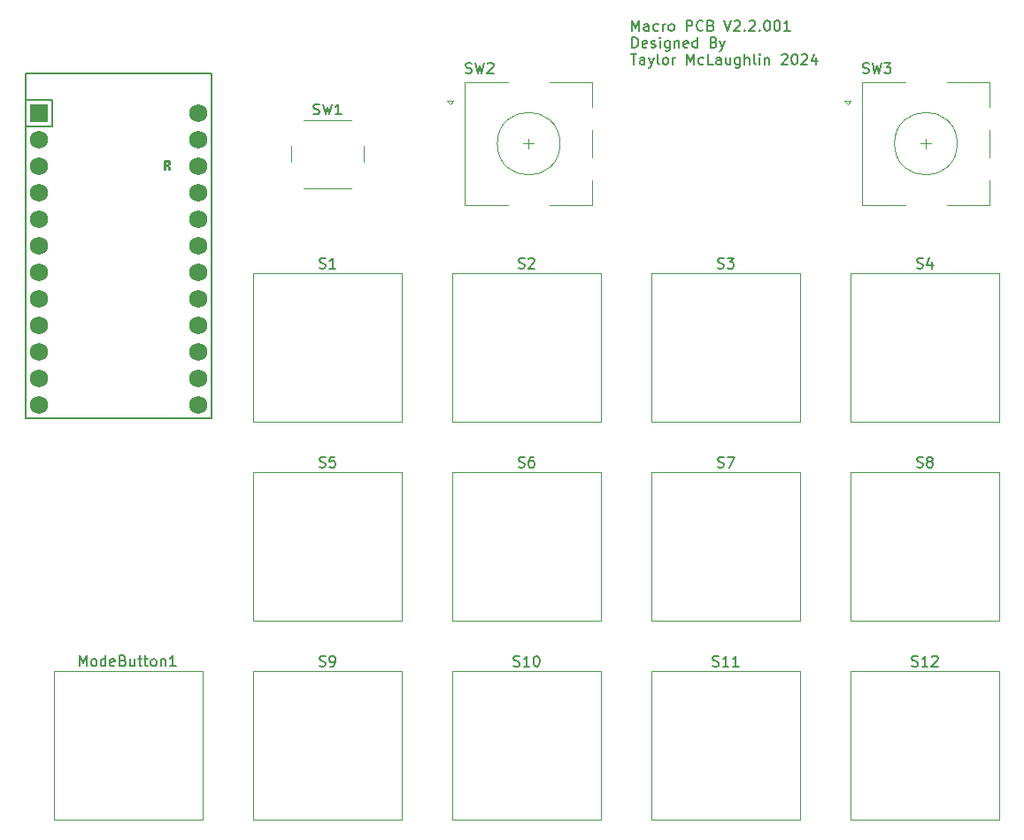
<source format=gbr>
%TF.GenerationSoftware,KiCad,Pcbnew,7.0.9*%
%TF.CreationDate,2024-04-10T10:39:18-07:00*%
%TF.ProjectId,macrov2.2.001,6d616372-6f76-4322-9e32-2e3030312e6b,2.2.001*%
%TF.SameCoordinates,Original*%
%TF.FileFunction,Legend,Top*%
%TF.FilePolarity,Positive*%
%FSLAX46Y46*%
G04 Gerber Fmt 4.6, Leading zero omitted, Abs format (unit mm)*
G04 Created by KiCad (PCBNEW 7.0.9) date 2024-04-10 10:39:18*
%MOMM*%
%LPD*%
G01*
G04 APERTURE LIST*
%ADD10C,0.150000*%
%ADD11C,0.120000*%
%ADD12C,0.200000*%
%ADD13R,1.752600X1.752600*%
%ADD14C,1.752600*%
G04 APERTURE END LIST*
D10*
X112161779Y-23199819D02*
X112161779Y-22199819D01*
X112161779Y-22199819D02*
X112495112Y-22914104D01*
X112495112Y-22914104D02*
X112828445Y-22199819D01*
X112828445Y-22199819D02*
X112828445Y-23199819D01*
X113733207Y-23199819D02*
X113733207Y-22676009D01*
X113733207Y-22676009D02*
X113685588Y-22580771D01*
X113685588Y-22580771D02*
X113590350Y-22533152D01*
X113590350Y-22533152D02*
X113399874Y-22533152D01*
X113399874Y-22533152D02*
X113304636Y-22580771D01*
X113733207Y-23152200D02*
X113637969Y-23199819D01*
X113637969Y-23199819D02*
X113399874Y-23199819D01*
X113399874Y-23199819D02*
X113304636Y-23152200D01*
X113304636Y-23152200D02*
X113257017Y-23056961D01*
X113257017Y-23056961D02*
X113257017Y-22961723D01*
X113257017Y-22961723D02*
X113304636Y-22866485D01*
X113304636Y-22866485D02*
X113399874Y-22818866D01*
X113399874Y-22818866D02*
X113637969Y-22818866D01*
X113637969Y-22818866D02*
X113733207Y-22771247D01*
X114637969Y-23152200D02*
X114542731Y-23199819D01*
X114542731Y-23199819D02*
X114352255Y-23199819D01*
X114352255Y-23199819D02*
X114257017Y-23152200D01*
X114257017Y-23152200D02*
X114209398Y-23104580D01*
X114209398Y-23104580D02*
X114161779Y-23009342D01*
X114161779Y-23009342D02*
X114161779Y-22723628D01*
X114161779Y-22723628D02*
X114209398Y-22628390D01*
X114209398Y-22628390D02*
X114257017Y-22580771D01*
X114257017Y-22580771D02*
X114352255Y-22533152D01*
X114352255Y-22533152D02*
X114542731Y-22533152D01*
X114542731Y-22533152D02*
X114637969Y-22580771D01*
X115066541Y-23199819D02*
X115066541Y-22533152D01*
X115066541Y-22723628D02*
X115114160Y-22628390D01*
X115114160Y-22628390D02*
X115161779Y-22580771D01*
X115161779Y-22580771D02*
X115257017Y-22533152D01*
X115257017Y-22533152D02*
X115352255Y-22533152D01*
X115828446Y-23199819D02*
X115733208Y-23152200D01*
X115733208Y-23152200D02*
X115685589Y-23104580D01*
X115685589Y-23104580D02*
X115637970Y-23009342D01*
X115637970Y-23009342D02*
X115637970Y-22723628D01*
X115637970Y-22723628D02*
X115685589Y-22628390D01*
X115685589Y-22628390D02*
X115733208Y-22580771D01*
X115733208Y-22580771D02*
X115828446Y-22533152D01*
X115828446Y-22533152D02*
X115971303Y-22533152D01*
X115971303Y-22533152D02*
X116066541Y-22580771D01*
X116066541Y-22580771D02*
X116114160Y-22628390D01*
X116114160Y-22628390D02*
X116161779Y-22723628D01*
X116161779Y-22723628D02*
X116161779Y-23009342D01*
X116161779Y-23009342D02*
X116114160Y-23104580D01*
X116114160Y-23104580D02*
X116066541Y-23152200D01*
X116066541Y-23152200D02*
X115971303Y-23199819D01*
X115971303Y-23199819D02*
X115828446Y-23199819D01*
X117352256Y-23199819D02*
X117352256Y-22199819D01*
X117352256Y-22199819D02*
X117733208Y-22199819D01*
X117733208Y-22199819D02*
X117828446Y-22247438D01*
X117828446Y-22247438D02*
X117876065Y-22295057D01*
X117876065Y-22295057D02*
X117923684Y-22390295D01*
X117923684Y-22390295D02*
X117923684Y-22533152D01*
X117923684Y-22533152D02*
X117876065Y-22628390D01*
X117876065Y-22628390D02*
X117828446Y-22676009D01*
X117828446Y-22676009D02*
X117733208Y-22723628D01*
X117733208Y-22723628D02*
X117352256Y-22723628D01*
X118923684Y-23104580D02*
X118876065Y-23152200D01*
X118876065Y-23152200D02*
X118733208Y-23199819D01*
X118733208Y-23199819D02*
X118637970Y-23199819D01*
X118637970Y-23199819D02*
X118495113Y-23152200D01*
X118495113Y-23152200D02*
X118399875Y-23056961D01*
X118399875Y-23056961D02*
X118352256Y-22961723D01*
X118352256Y-22961723D02*
X118304637Y-22771247D01*
X118304637Y-22771247D02*
X118304637Y-22628390D01*
X118304637Y-22628390D02*
X118352256Y-22437914D01*
X118352256Y-22437914D02*
X118399875Y-22342676D01*
X118399875Y-22342676D02*
X118495113Y-22247438D01*
X118495113Y-22247438D02*
X118637970Y-22199819D01*
X118637970Y-22199819D02*
X118733208Y-22199819D01*
X118733208Y-22199819D02*
X118876065Y-22247438D01*
X118876065Y-22247438D02*
X118923684Y-22295057D01*
X119685589Y-22676009D02*
X119828446Y-22723628D01*
X119828446Y-22723628D02*
X119876065Y-22771247D01*
X119876065Y-22771247D02*
X119923684Y-22866485D01*
X119923684Y-22866485D02*
X119923684Y-23009342D01*
X119923684Y-23009342D02*
X119876065Y-23104580D01*
X119876065Y-23104580D02*
X119828446Y-23152200D01*
X119828446Y-23152200D02*
X119733208Y-23199819D01*
X119733208Y-23199819D02*
X119352256Y-23199819D01*
X119352256Y-23199819D02*
X119352256Y-22199819D01*
X119352256Y-22199819D02*
X119685589Y-22199819D01*
X119685589Y-22199819D02*
X119780827Y-22247438D01*
X119780827Y-22247438D02*
X119828446Y-22295057D01*
X119828446Y-22295057D02*
X119876065Y-22390295D01*
X119876065Y-22390295D02*
X119876065Y-22485533D01*
X119876065Y-22485533D02*
X119828446Y-22580771D01*
X119828446Y-22580771D02*
X119780827Y-22628390D01*
X119780827Y-22628390D02*
X119685589Y-22676009D01*
X119685589Y-22676009D02*
X119352256Y-22676009D01*
X120971304Y-22199819D02*
X121304637Y-23199819D01*
X121304637Y-23199819D02*
X121637970Y-22199819D01*
X121923685Y-22295057D02*
X121971304Y-22247438D01*
X121971304Y-22247438D02*
X122066542Y-22199819D01*
X122066542Y-22199819D02*
X122304637Y-22199819D01*
X122304637Y-22199819D02*
X122399875Y-22247438D01*
X122399875Y-22247438D02*
X122447494Y-22295057D01*
X122447494Y-22295057D02*
X122495113Y-22390295D01*
X122495113Y-22390295D02*
X122495113Y-22485533D01*
X122495113Y-22485533D02*
X122447494Y-22628390D01*
X122447494Y-22628390D02*
X121876066Y-23199819D01*
X121876066Y-23199819D02*
X122495113Y-23199819D01*
X122923685Y-23104580D02*
X122971304Y-23152200D01*
X122971304Y-23152200D02*
X122923685Y-23199819D01*
X122923685Y-23199819D02*
X122876066Y-23152200D01*
X122876066Y-23152200D02*
X122923685Y-23104580D01*
X122923685Y-23104580D02*
X122923685Y-23199819D01*
X123352256Y-22295057D02*
X123399875Y-22247438D01*
X123399875Y-22247438D02*
X123495113Y-22199819D01*
X123495113Y-22199819D02*
X123733208Y-22199819D01*
X123733208Y-22199819D02*
X123828446Y-22247438D01*
X123828446Y-22247438D02*
X123876065Y-22295057D01*
X123876065Y-22295057D02*
X123923684Y-22390295D01*
X123923684Y-22390295D02*
X123923684Y-22485533D01*
X123923684Y-22485533D02*
X123876065Y-22628390D01*
X123876065Y-22628390D02*
X123304637Y-23199819D01*
X123304637Y-23199819D02*
X123923684Y-23199819D01*
X124352256Y-23104580D02*
X124399875Y-23152200D01*
X124399875Y-23152200D02*
X124352256Y-23199819D01*
X124352256Y-23199819D02*
X124304637Y-23152200D01*
X124304637Y-23152200D02*
X124352256Y-23104580D01*
X124352256Y-23104580D02*
X124352256Y-23199819D01*
X125018922Y-22199819D02*
X125114160Y-22199819D01*
X125114160Y-22199819D02*
X125209398Y-22247438D01*
X125209398Y-22247438D02*
X125257017Y-22295057D01*
X125257017Y-22295057D02*
X125304636Y-22390295D01*
X125304636Y-22390295D02*
X125352255Y-22580771D01*
X125352255Y-22580771D02*
X125352255Y-22818866D01*
X125352255Y-22818866D02*
X125304636Y-23009342D01*
X125304636Y-23009342D02*
X125257017Y-23104580D01*
X125257017Y-23104580D02*
X125209398Y-23152200D01*
X125209398Y-23152200D02*
X125114160Y-23199819D01*
X125114160Y-23199819D02*
X125018922Y-23199819D01*
X125018922Y-23199819D02*
X124923684Y-23152200D01*
X124923684Y-23152200D02*
X124876065Y-23104580D01*
X124876065Y-23104580D02*
X124828446Y-23009342D01*
X124828446Y-23009342D02*
X124780827Y-22818866D01*
X124780827Y-22818866D02*
X124780827Y-22580771D01*
X124780827Y-22580771D02*
X124828446Y-22390295D01*
X124828446Y-22390295D02*
X124876065Y-22295057D01*
X124876065Y-22295057D02*
X124923684Y-22247438D01*
X124923684Y-22247438D02*
X125018922Y-22199819D01*
X125971303Y-22199819D02*
X126066541Y-22199819D01*
X126066541Y-22199819D02*
X126161779Y-22247438D01*
X126161779Y-22247438D02*
X126209398Y-22295057D01*
X126209398Y-22295057D02*
X126257017Y-22390295D01*
X126257017Y-22390295D02*
X126304636Y-22580771D01*
X126304636Y-22580771D02*
X126304636Y-22818866D01*
X126304636Y-22818866D02*
X126257017Y-23009342D01*
X126257017Y-23009342D02*
X126209398Y-23104580D01*
X126209398Y-23104580D02*
X126161779Y-23152200D01*
X126161779Y-23152200D02*
X126066541Y-23199819D01*
X126066541Y-23199819D02*
X125971303Y-23199819D01*
X125971303Y-23199819D02*
X125876065Y-23152200D01*
X125876065Y-23152200D02*
X125828446Y-23104580D01*
X125828446Y-23104580D02*
X125780827Y-23009342D01*
X125780827Y-23009342D02*
X125733208Y-22818866D01*
X125733208Y-22818866D02*
X125733208Y-22580771D01*
X125733208Y-22580771D02*
X125780827Y-22390295D01*
X125780827Y-22390295D02*
X125828446Y-22295057D01*
X125828446Y-22295057D02*
X125876065Y-22247438D01*
X125876065Y-22247438D02*
X125971303Y-22199819D01*
X127257017Y-23199819D02*
X126685589Y-23199819D01*
X126971303Y-23199819D02*
X126971303Y-22199819D01*
X126971303Y-22199819D02*
X126876065Y-22342676D01*
X126876065Y-22342676D02*
X126780827Y-22437914D01*
X126780827Y-22437914D02*
X126685589Y-22485533D01*
X112161779Y-24809819D02*
X112161779Y-23809819D01*
X112161779Y-23809819D02*
X112399874Y-23809819D01*
X112399874Y-23809819D02*
X112542731Y-23857438D01*
X112542731Y-23857438D02*
X112637969Y-23952676D01*
X112637969Y-23952676D02*
X112685588Y-24047914D01*
X112685588Y-24047914D02*
X112733207Y-24238390D01*
X112733207Y-24238390D02*
X112733207Y-24381247D01*
X112733207Y-24381247D02*
X112685588Y-24571723D01*
X112685588Y-24571723D02*
X112637969Y-24666961D01*
X112637969Y-24666961D02*
X112542731Y-24762200D01*
X112542731Y-24762200D02*
X112399874Y-24809819D01*
X112399874Y-24809819D02*
X112161779Y-24809819D01*
X113542731Y-24762200D02*
X113447493Y-24809819D01*
X113447493Y-24809819D02*
X113257017Y-24809819D01*
X113257017Y-24809819D02*
X113161779Y-24762200D01*
X113161779Y-24762200D02*
X113114160Y-24666961D01*
X113114160Y-24666961D02*
X113114160Y-24286009D01*
X113114160Y-24286009D02*
X113161779Y-24190771D01*
X113161779Y-24190771D02*
X113257017Y-24143152D01*
X113257017Y-24143152D02*
X113447493Y-24143152D01*
X113447493Y-24143152D02*
X113542731Y-24190771D01*
X113542731Y-24190771D02*
X113590350Y-24286009D01*
X113590350Y-24286009D02*
X113590350Y-24381247D01*
X113590350Y-24381247D02*
X113114160Y-24476485D01*
X113971303Y-24762200D02*
X114066541Y-24809819D01*
X114066541Y-24809819D02*
X114257017Y-24809819D01*
X114257017Y-24809819D02*
X114352255Y-24762200D01*
X114352255Y-24762200D02*
X114399874Y-24666961D01*
X114399874Y-24666961D02*
X114399874Y-24619342D01*
X114399874Y-24619342D02*
X114352255Y-24524104D01*
X114352255Y-24524104D02*
X114257017Y-24476485D01*
X114257017Y-24476485D02*
X114114160Y-24476485D01*
X114114160Y-24476485D02*
X114018922Y-24428866D01*
X114018922Y-24428866D02*
X113971303Y-24333628D01*
X113971303Y-24333628D02*
X113971303Y-24286009D01*
X113971303Y-24286009D02*
X114018922Y-24190771D01*
X114018922Y-24190771D02*
X114114160Y-24143152D01*
X114114160Y-24143152D02*
X114257017Y-24143152D01*
X114257017Y-24143152D02*
X114352255Y-24190771D01*
X114828446Y-24809819D02*
X114828446Y-24143152D01*
X114828446Y-23809819D02*
X114780827Y-23857438D01*
X114780827Y-23857438D02*
X114828446Y-23905057D01*
X114828446Y-23905057D02*
X114876065Y-23857438D01*
X114876065Y-23857438D02*
X114828446Y-23809819D01*
X114828446Y-23809819D02*
X114828446Y-23905057D01*
X115733207Y-24143152D02*
X115733207Y-24952676D01*
X115733207Y-24952676D02*
X115685588Y-25047914D01*
X115685588Y-25047914D02*
X115637969Y-25095533D01*
X115637969Y-25095533D02*
X115542731Y-25143152D01*
X115542731Y-25143152D02*
X115399874Y-25143152D01*
X115399874Y-25143152D02*
X115304636Y-25095533D01*
X115733207Y-24762200D02*
X115637969Y-24809819D01*
X115637969Y-24809819D02*
X115447493Y-24809819D01*
X115447493Y-24809819D02*
X115352255Y-24762200D01*
X115352255Y-24762200D02*
X115304636Y-24714580D01*
X115304636Y-24714580D02*
X115257017Y-24619342D01*
X115257017Y-24619342D02*
X115257017Y-24333628D01*
X115257017Y-24333628D02*
X115304636Y-24238390D01*
X115304636Y-24238390D02*
X115352255Y-24190771D01*
X115352255Y-24190771D02*
X115447493Y-24143152D01*
X115447493Y-24143152D02*
X115637969Y-24143152D01*
X115637969Y-24143152D02*
X115733207Y-24190771D01*
X116209398Y-24143152D02*
X116209398Y-24809819D01*
X116209398Y-24238390D02*
X116257017Y-24190771D01*
X116257017Y-24190771D02*
X116352255Y-24143152D01*
X116352255Y-24143152D02*
X116495112Y-24143152D01*
X116495112Y-24143152D02*
X116590350Y-24190771D01*
X116590350Y-24190771D02*
X116637969Y-24286009D01*
X116637969Y-24286009D02*
X116637969Y-24809819D01*
X117495112Y-24762200D02*
X117399874Y-24809819D01*
X117399874Y-24809819D02*
X117209398Y-24809819D01*
X117209398Y-24809819D02*
X117114160Y-24762200D01*
X117114160Y-24762200D02*
X117066541Y-24666961D01*
X117066541Y-24666961D02*
X117066541Y-24286009D01*
X117066541Y-24286009D02*
X117114160Y-24190771D01*
X117114160Y-24190771D02*
X117209398Y-24143152D01*
X117209398Y-24143152D02*
X117399874Y-24143152D01*
X117399874Y-24143152D02*
X117495112Y-24190771D01*
X117495112Y-24190771D02*
X117542731Y-24286009D01*
X117542731Y-24286009D02*
X117542731Y-24381247D01*
X117542731Y-24381247D02*
X117066541Y-24476485D01*
X118399874Y-24809819D02*
X118399874Y-23809819D01*
X118399874Y-24762200D02*
X118304636Y-24809819D01*
X118304636Y-24809819D02*
X118114160Y-24809819D01*
X118114160Y-24809819D02*
X118018922Y-24762200D01*
X118018922Y-24762200D02*
X117971303Y-24714580D01*
X117971303Y-24714580D02*
X117923684Y-24619342D01*
X117923684Y-24619342D02*
X117923684Y-24333628D01*
X117923684Y-24333628D02*
X117971303Y-24238390D01*
X117971303Y-24238390D02*
X118018922Y-24190771D01*
X118018922Y-24190771D02*
X118114160Y-24143152D01*
X118114160Y-24143152D02*
X118304636Y-24143152D01*
X118304636Y-24143152D02*
X118399874Y-24190771D01*
X119971303Y-24286009D02*
X120114160Y-24333628D01*
X120114160Y-24333628D02*
X120161779Y-24381247D01*
X120161779Y-24381247D02*
X120209398Y-24476485D01*
X120209398Y-24476485D02*
X120209398Y-24619342D01*
X120209398Y-24619342D02*
X120161779Y-24714580D01*
X120161779Y-24714580D02*
X120114160Y-24762200D01*
X120114160Y-24762200D02*
X120018922Y-24809819D01*
X120018922Y-24809819D02*
X119637970Y-24809819D01*
X119637970Y-24809819D02*
X119637970Y-23809819D01*
X119637970Y-23809819D02*
X119971303Y-23809819D01*
X119971303Y-23809819D02*
X120066541Y-23857438D01*
X120066541Y-23857438D02*
X120114160Y-23905057D01*
X120114160Y-23905057D02*
X120161779Y-24000295D01*
X120161779Y-24000295D02*
X120161779Y-24095533D01*
X120161779Y-24095533D02*
X120114160Y-24190771D01*
X120114160Y-24190771D02*
X120066541Y-24238390D01*
X120066541Y-24238390D02*
X119971303Y-24286009D01*
X119971303Y-24286009D02*
X119637970Y-24286009D01*
X120542732Y-24143152D02*
X120780827Y-24809819D01*
X121018922Y-24143152D02*
X120780827Y-24809819D01*
X120780827Y-24809819D02*
X120685589Y-25047914D01*
X120685589Y-25047914D02*
X120637970Y-25095533D01*
X120637970Y-25095533D02*
X120542732Y-25143152D01*
X112018922Y-25419819D02*
X112590350Y-25419819D01*
X112304636Y-26419819D02*
X112304636Y-25419819D01*
X113352255Y-26419819D02*
X113352255Y-25896009D01*
X113352255Y-25896009D02*
X113304636Y-25800771D01*
X113304636Y-25800771D02*
X113209398Y-25753152D01*
X113209398Y-25753152D02*
X113018922Y-25753152D01*
X113018922Y-25753152D02*
X112923684Y-25800771D01*
X113352255Y-26372200D02*
X113257017Y-26419819D01*
X113257017Y-26419819D02*
X113018922Y-26419819D01*
X113018922Y-26419819D02*
X112923684Y-26372200D01*
X112923684Y-26372200D02*
X112876065Y-26276961D01*
X112876065Y-26276961D02*
X112876065Y-26181723D01*
X112876065Y-26181723D02*
X112923684Y-26086485D01*
X112923684Y-26086485D02*
X113018922Y-26038866D01*
X113018922Y-26038866D02*
X113257017Y-26038866D01*
X113257017Y-26038866D02*
X113352255Y-25991247D01*
X113733208Y-25753152D02*
X113971303Y-26419819D01*
X114209398Y-25753152D02*
X113971303Y-26419819D01*
X113971303Y-26419819D02*
X113876065Y-26657914D01*
X113876065Y-26657914D02*
X113828446Y-26705533D01*
X113828446Y-26705533D02*
X113733208Y-26753152D01*
X114733208Y-26419819D02*
X114637970Y-26372200D01*
X114637970Y-26372200D02*
X114590351Y-26276961D01*
X114590351Y-26276961D02*
X114590351Y-25419819D01*
X115257018Y-26419819D02*
X115161780Y-26372200D01*
X115161780Y-26372200D02*
X115114161Y-26324580D01*
X115114161Y-26324580D02*
X115066542Y-26229342D01*
X115066542Y-26229342D02*
X115066542Y-25943628D01*
X115066542Y-25943628D02*
X115114161Y-25848390D01*
X115114161Y-25848390D02*
X115161780Y-25800771D01*
X115161780Y-25800771D02*
X115257018Y-25753152D01*
X115257018Y-25753152D02*
X115399875Y-25753152D01*
X115399875Y-25753152D02*
X115495113Y-25800771D01*
X115495113Y-25800771D02*
X115542732Y-25848390D01*
X115542732Y-25848390D02*
X115590351Y-25943628D01*
X115590351Y-25943628D02*
X115590351Y-26229342D01*
X115590351Y-26229342D02*
X115542732Y-26324580D01*
X115542732Y-26324580D02*
X115495113Y-26372200D01*
X115495113Y-26372200D02*
X115399875Y-26419819D01*
X115399875Y-26419819D02*
X115257018Y-26419819D01*
X116018923Y-26419819D02*
X116018923Y-25753152D01*
X116018923Y-25943628D02*
X116066542Y-25848390D01*
X116066542Y-25848390D02*
X116114161Y-25800771D01*
X116114161Y-25800771D02*
X116209399Y-25753152D01*
X116209399Y-25753152D02*
X116304637Y-25753152D01*
X117399876Y-26419819D02*
X117399876Y-25419819D01*
X117399876Y-25419819D02*
X117733209Y-26134104D01*
X117733209Y-26134104D02*
X118066542Y-25419819D01*
X118066542Y-25419819D02*
X118066542Y-26419819D01*
X118971304Y-26372200D02*
X118876066Y-26419819D01*
X118876066Y-26419819D02*
X118685590Y-26419819D01*
X118685590Y-26419819D02*
X118590352Y-26372200D01*
X118590352Y-26372200D02*
X118542733Y-26324580D01*
X118542733Y-26324580D02*
X118495114Y-26229342D01*
X118495114Y-26229342D02*
X118495114Y-25943628D01*
X118495114Y-25943628D02*
X118542733Y-25848390D01*
X118542733Y-25848390D02*
X118590352Y-25800771D01*
X118590352Y-25800771D02*
X118685590Y-25753152D01*
X118685590Y-25753152D02*
X118876066Y-25753152D01*
X118876066Y-25753152D02*
X118971304Y-25800771D01*
X119876066Y-26419819D02*
X119399876Y-26419819D01*
X119399876Y-26419819D02*
X119399876Y-25419819D01*
X120637971Y-26419819D02*
X120637971Y-25896009D01*
X120637971Y-25896009D02*
X120590352Y-25800771D01*
X120590352Y-25800771D02*
X120495114Y-25753152D01*
X120495114Y-25753152D02*
X120304638Y-25753152D01*
X120304638Y-25753152D02*
X120209400Y-25800771D01*
X120637971Y-26372200D02*
X120542733Y-26419819D01*
X120542733Y-26419819D02*
X120304638Y-26419819D01*
X120304638Y-26419819D02*
X120209400Y-26372200D01*
X120209400Y-26372200D02*
X120161781Y-26276961D01*
X120161781Y-26276961D02*
X120161781Y-26181723D01*
X120161781Y-26181723D02*
X120209400Y-26086485D01*
X120209400Y-26086485D02*
X120304638Y-26038866D01*
X120304638Y-26038866D02*
X120542733Y-26038866D01*
X120542733Y-26038866D02*
X120637971Y-25991247D01*
X121542733Y-25753152D02*
X121542733Y-26419819D01*
X121114162Y-25753152D02*
X121114162Y-26276961D01*
X121114162Y-26276961D02*
X121161781Y-26372200D01*
X121161781Y-26372200D02*
X121257019Y-26419819D01*
X121257019Y-26419819D02*
X121399876Y-26419819D01*
X121399876Y-26419819D02*
X121495114Y-26372200D01*
X121495114Y-26372200D02*
X121542733Y-26324580D01*
X122447495Y-25753152D02*
X122447495Y-26562676D01*
X122447495Y-26562676D02*
X122399876Y-26657914D01*
X122399876Y-26657914D02*
X122352257Y-26705533D01*
X122352257Y-26705533D02*
X122257019Y-26753152D01*
X122257019Y-26753152D02*
X122114162Y-26753152D01*
X122114162Y-26753152D02*
X122018924Y-26705533D01*
X122447495Y-26372200D02*
X122352257Y-26419819D01*
X122352257Y-26419819D02*
X122161781Y-26419819D01*
X122161781Y-26419819D02*
X122066543Y-26372200D01*
X122066543Y-26372200D02*
X122018924Y-26324580D01*
X122018924Y-26324580D02*
X121971305Y-26229342D01*
X121971305Y-26229342D02*
X121971305Y-25943628D01*
X121971305Y-25943628D02*
X122018924Y-25848390D01*
X122018924Y-25848390D02*
X122066543Y-25800771D01*
X122066543Y-25800771D02*
X122161781Y-25753152D01*
X122161781Y-25753152D02*
X122352257Y-25753152D01*
X122352257Y-25753152D02*
X122447495Y-25800771D01*
X122923686Y-26419819D02*
X122923686Y-25419819D01*
X123352257Y-26419819D02*
X123352257Y-25896009D01*
X123352257Y-25896009D02*
X123304638Y-25800771D01*
X123304638Y-25800771D02*
X123209400Y-25753152D01*
X123209400Y-25753152D02*
X123066543Y-25753152D01*
X123066543Y-25753152D02*
X122971305Y-25800771D01*
X122971305Y-25800771D02*
X122923686Y-25848390D01*
X123971305Y-26419819D02*
X123876067Y-26372200D01*
X123876067Y-26372200D02*
X123828448Y-26276961D01*
X123828448Y-26276961D02*
X123828448Y-25419819D01*
X124352258Y-26419819D02*
X124352258Y-25753152D01*
X124352258Y-25419819D02*
X124304639Y-25467438D01*
X124304639Y-25467438D02*
X124352258Y-25515057D01*
X124352258Y-25515057D02*
X124399877Y-25467438D01*
X124399877Y-25467438D02*
X124352258Y-25419819D01*
X124352258Y-25419819D02*
X124352258Y-25515057D01*
X124828448Y-25753152D02*
X124828448Y-26419819D01*
X124828448Y-25848390D02*
X124876067Y-25800771D01*
X124876067Y-25800771D02*
X124971305Y-25753152D01*
X124971305Y-25753152D02*
X125114162Y-25753152D01*
X125114162Y-25753152D02*
X125209400Y-25800771D01*
X125209400Y-25800771D02*
X125257019Y-25896009D01*
X125257019Y-25896009D02*
X125257019Y-26419819D01*
X126447496Y-25515057D02*
X126495115Y-25467438D01*
X126495115Y-25467438D02*
X126590353Y-25419819D01*
X126590353Y-25419819D02*
X126828448Y-25419819D01*
X126828448Y-25419819D02*
X126923686Y-25467438D01*
X126923686Y-25467438D02*
X126971305Y-25515057D01*
X126971305Y-25515057D02*
X127018924Y-25610295D01*
X127018924Y-25610295D02*
X127018924Y-25705533D01*
X127018924Y-25705533D02*
X126971305Y-25848390D01*
X126971305Y-25848390D02*
X126399877Y-26419819D01*
X126399877Y-26419819D02*
X127018924Y-26419819D01*
X127637972Y-25419819D02*
X127733210Y-25419819D01*
X127733210Y-25419819D02*
X127828448Y-25467438D01*
X127828448Y-25467438D02*
X127876067Y-25515057D01*
X127876067Y-25515057D02*
X127923686Y-25610295D01*
X127923686Y-25610295D02*
X127971305Y-25800771D01*
X127971305Y-25800771D02*
X127971305Y-26038866D01*
X127971305Y-26038866D02*
X127923686Y-26229342D01*
X127923686Y-26229342D02*
X127876067Y-26324580D01*
X127876067Y-26324580D02*
X127828448Y-26372200D01*
X127828448Y-26372200D02*
X127733210Y-26419819D01*
X127733210Y-26419819D02*
X127637972Y-26419819D01*
X127637972Y-26419819D02*
X127542734Y-26372200D01*
X127542734Y-26372200D02*
X127495115Y-26324580D01*
X127495115Y-26324580D02*
X127447496Y-26229342D01*
X127447496Y-26229342D02*
X127399877Y-26038866D01*
X127399877Y-26038866D02*
X127399877Y-25800771D01*
X127399877Y-25800771D02*
X127447496Y-25610295D01*
X127447496Y-25610295D02*
X127495115Y-25515057D01*
X127495115Y-25515057D02*
X127542734Y-25467438D01*
X127542734Y-25467438D02*
X127637972Y-25419819D01*
X128352258Y-25515057D02*
X128399877Y-25467438D01*
X128399877Y-25467438D02*
X128495115Y-25419819D01*
X128495115Y-25419819D02*
X128733210Y-25419819D01*
X128733210Y-25419819D02*
X128828448Y-25467438D01*
X128828448Y-25467438D02*
X128876067Y-25515057D01*
X128876067Y-25515057D02*
X128923686Y-25610295D01*
X128923686Y-25610295D02*
X128923686Y-25705533D01*
X128923686Y-25705533D02*
X128876067Y-25848390D01*
X128876067Y-25848390D02*
X128304639Y-26419819D01*
X128304639Y-26419819D02*
X128923686Y-26419819D01*
X129780829Y-25753152D02*
X129780829Y-26419819D01*
X129542734Y-25372200D02*
X129304639Y-26086485D01*
X129304639Y-26086485D02*
X129923686Y-26086485D01*
X81666667Y-31157200D02*
X81809524Y-31204819D01*
X81809524Y-31204819D02*
X82047619Y-31204819D01*
X82047619Y-31204819D02*
X82142857Y-31157200D01*
X82142857Y-31157200D02*
X82190476Y-31109580D01*
X82190476Y-31109580D02*
X82238095Y-31014342D01*
X82238095Y-31014342D02*
X82238095Y-30919104D01*
X82238095Y-30919104D02*
X82190476Y-30823866D01*
X82190476Y-30823866D02*
X82142857Y-30776247D01*
X82142857Y-30776247D02*
X82047619Y-30728628D01*
X82047619Y-30728628D02*
X81857143Y-30681009D01*
X81857143Y-30681009D02*
X81761905Y-30633390D01*
X81761905Y-30633390D02*
X81714286Y-30585771D01*
X81714286Y-30585771D02*
X81666667Y-30490533D01*
X81666667Y-30490533D02*
X81666667Y-30395295D01*
X81666667Y-30395295D02*
X81714286Y-30300057D01*
X81714286Y-30300057D02*
X81761905Y-30252438D01*
X81761905Y-30252438D02*
X81857143Y-30204819D01*
X81857143Y-30204819D02*
X82095238Y-30204819D01*
X82095238Y-30204819D02*
X82238095Y-30252438D01*
X82571429Y-30204819D02*
X82809524Y-31204819D01*
X82809524Y-31204819D02*
X83000000Y-30490533D01*
X83000000Y-30490533D02*
X83190476Y-31204819D01*
X83190476Y-31204819D02*
X83428572Y-30204819D01*
X84333333Y-31204819D02*
X83761905Y-31204819D01*
X84047619Y-31204819D02*
X84047619Y-30204819D01*
X84047619Y-30204819D02*
X83952381Y-30347676D01*
X83952381Y-30347676D02*
X83857143Y-30442914D01*
X83857143Y-30442914D02*
X83761905Y-30490533D01*
X120338095Y-64957200D02*
X120480952Y-65004819D01*
X120480952Y-65004819D02*
X120719047Y-65004819D01*
X120719047Y-65004819D02*
X120814285Y-64957200D01*
X120814285Y-64957200D02*
X120861904Y-64909580D01*
X120861904Y-64909580D02*
X120909523Y-64814342D01*
X120909523Y-64814342D02*
X120909523Y-64719104D01*
X120909523Y-64719104D02*
X120861904Y-64623866D01*
X120861904Y-64623866D02*
X120814285Y-64576247D01*
X120814285Y-64576247D02*
X120719047Y-64528628D01*
X120719047Y-64528628D02*
X120528571Y-64481009D01*
X120528571Y-64481009D02*
X120433333Y-64433390D01*
X120433333Y-64433390D02*
X120385714Y-64385771D01*
X120385714Y-64385771D02*
X120338095Y-64290533D01*
X120338095Y-64290533D02*
X120338095Y-64195295D01*
X120338095Y-64195295D02*
X120385714Y-64100057D01*
X120385714Y-64100057D02*
X120433333Y-64052438D01*
X120433333Y-64052438D02*
X120528571Y-64004819D01*
X120528571Y-64004819D02*
X120766666Y-64004819D01*
X120766666Y-64004819D02*
X120909523Y-64052438D01*
X121242857Y-64004819D02*
X121909523Y-64004819D01*
X121909523Y-64004819D02*
X121480952Y-65004819D01*
X82238095Y-64957200D02*
X82380952Y-65004819D01*
X82380952Y-65004819D02*
X82619047Y-65004819D01*
X82619047Y-65004819D02*
X82714285Y-64957200D01*
X82714285Y-64957200D02*
X82761904Y-64909580D01*
X82761904Y-64909580D02*
X82809523Y-64814342D01*
X82809523Y-64814342D02*
X82809523Y-64719104D01*
X82809523Y-64719104D02*
X82761904Y-64623866D01*
X82761904Y-64623866D02*
X82714285Y-64576247D01*
X82714285Y-64576247D02*
X82619047Y-64528628D01*
X82619047Y-64528628D02*
X82428571Y-64481009D01*
X82428571Y-64481009D02*
X82333333Y-64433390D01*
X82333333Y-64433390D02*
X82285714Y-64385771D01*
X82285714Y-64385771D02*
X82238095Y-64290533D01*
X82238095Y-64290533D02*
X82238095Y-64195295D01*
X82238095Y-64195295D02*
X82285714Y-64100057D01*
X82285714Y-64100057D02*
X82333333Y-64052438D01*
X82333333Y-64052438D02*
X82428571Y-64004819D01*
X82428571Y-64004819D02*
X82666666Y-64004819D01*
X82666666Y-64004819D02*
X82809523Y-64052438D01*
X83714285Y-64004819D02*
X83238095Y-64004819D01*
X83238095Y-64004819D02*
X83190476Y-64481009D01*
X83190476Y-64481009D02*
X83238095Y-64433390D01*
X83238095Y-64433390D02*
X83333333Y-64385771D01*
X83333333Y-64385771D02*
X83571428Y-64385771D01*
X83571428Y-64385771D02*
X83666666Y-64433390D01*
X83666666Y-64433390D02*
X83714285Y-64481009D01*
X83714285Y-64481009D02*
X83761904Y-64576247D01*
X83761904Y-64576247D02*
X83761904Y-64814342D01*
X83761904Y-64814342D02*
X83714285Y-64909580D01*
X83714285Y-64909580D02*
X83666666Y-64957200D01*
X83666666Y-64957200D02*
X83571428Y-65004819D01*
X83571428Y-65004819D02*
X83333333Y-65004819D01*
X83333333Y-65004819D02*
X83238095Y-64957200D01*
X83238095Y-64957200D02*
X83190476Y-64909580D01*
X134216667Y-27207200D02*
X134359524Y-27254819D01*
X134359524Y-27254819D02*
X134597619Y-27254819D01*
X134597619Y-27254819D02*
X134692857Y-27207200D01*
X134692857Y-27207200D02*
X134740476Y-27159580D01*
X134740476Y-27159580D02*
X134788095Y-27064342D01*
X134788095Y-27064342D02*
X134788095Y-26969104D01*
X134788095Y-26969104D02*
X134740476Y-26873866D01*
X134740476Y-26873866D02*
X134692857Y-26826247D01*
X134692857Y-26826247D02*
X134597619Y-26778628D01*
X134597619Y-26778628D02*
X134407143Y-26731009D01*
X134407143Y-26731009D02*
X134311905Y-26683390D01*
X134311905Y-26683390D02*
X134264286Y-26635771D01*
X134264286Y-26635771D02*
X134216667Y-26540533D01*
X134216667Y-26540533D02*
X134216667Y-26445295D01*
X134216667Y-26445295D02*
X134264286Y-26350057D01*
X134264286Y-26350057D02*
X134311905Y-26302438D01*
X134311905Y-26302438D02*
X134407143Y-26254819D01*
X134407143Y-26254819D02*
X134645238Y-26254819D01*
X134645238Y-26254819D02*
X134788095Y-26302438D01*
X135121429Y-26254819D02*
X135359524Y-27254819D01*
X135359524Y-27254819D02*
X135550000Y-26540533D01*
X135550000Y-26540533D02*
X135740476Y-27254819D01*
X135740476Y-27254819D02*
X135978572Y-26254819D01*
X136264286Y-26254819D02*
X136883333Y-26254819D01*
X136883333Y-26254819D02*
X136550000Y-26635771D01*
X136550000Y-26635771D02*
X136692857Y-26635771D01*
X136692857Y-26635771D02*
X136788095Y-26683390D01*
X136788095Y-26683390D02*
X136835714Y-26731009D01*
X136835714Y-26731009D02*
X136883333Y-26826247D01*
X136883333Y-26826247D02*
X136883333Y-27064342D01*
X136883333Y-27064342D02*
X136835714Y-27159580D01*
X136835714Y-27159580D02*
X136788095Y-27207200D01*
X136788095Y-27207200D02*
X136692857Y-27254819D01*
X136692857Y-27254819D02*
X136407143Y-27254819D01*
X136407143Y-27254819D02*
X136311905Y-27207200D01*
X136311905Y-27207200D02*
X136264286Y-27159580D01*
X82238095Y-45907200D02*
X82380952Y-45954819D01*
X82380952Y-45954819D02*
X82619047Y-45954819D01*
X82619047Y-45954819D02*
X82714285Y-45907200D01*
X82714285Y-45907200D02*
X82761904Y-45859580D01*
X82761904Y-45859580D02*
X82809523Y-45764342D01*
X82809523Y-45764342D02*
X82809523Y-45669104D01*
X82809523Y-45669104D02*
X82761904Y-45573866D01*
X82761904Y-45573866D02*
X82714285Y-45526247D01*
X82714285Y-45526247D02*
X82619047Y-45478628D01*
X82619047Y-45478628D02*
X82428571Y-45431009D01*
X82428571Y-45431009D02*
X82333333Y-45383390D01*
X82333333Y-45383390D02*
X82285714Y-45335771D01*
X82285714Y-45335771D02*
X82238095Y-45240533D01*
X82238095Y-45240533D02*
X82238095Y-45145295D01*
X82238095Y-45145295D02*
X82285714Y-45050057D01*
X82285714Y-45050057D02*
X82333333Y-45002438D01*
X82333333Y-45002438D02*
X82428571Y-44954819D01*
X82428571Y-44954819D02*
X82666666Y-44954819D01*
X82666666Y-44954819D02*
X82809523Y-45002438D01*
X83761904Y-45954819D02*
X83190476Y-45954819D01*
X83476190Y-45954819D02*
X83476190Y-44954819D01*
X83476190Y-44954819D02*
X83380952Y-45097676D01*
X83380952Y-45097676D02*
X83285714Y-45192914D01*
X83285714Y-45192914D02*
X83190476Y-45240533D01*
X100811905Y-84007200D02*
X100954762Y-84054819D01*
X100954762Y-84054819D02*
X101192857Y-84054819D01*
X101192857Y-84054819D02*
X101288095Y-84007200D01*
X101288095Y-84007200D02*
X101335714Y-83959580D01*
X101335714Y-83959580D02*
X101383333Y-83864342D01*
X101383333Y-83864342D02*
X101383333Y-83769104D01*
X101383333Y-83769104D02*
X101335714Y-83673866D01*
X101335714Y-83673866D02*
X101288095Y-83626247D01*
X101288095Y-83626247D02*
X101192857Y-83578628D01*
X101192857Y-83578628D02*
X101002381Y-83531009D01*
X101002381Y-83531009D02*
X100907143Y-83483390D01*
X100907143Y-83483390D02*
X100859524Y-83435771D01*
X100859524Y-83435771D02*
X100811905Y-83340533D01*
X100811905Y-83340533D02*
X100811905Y-83245295D01*
X100811905Y-83245295D02*
X100859524Y-83150057D01*
X100859524Y-83150057D02*
X100907143Y-83102438D01*
X100907143Y-83102438D02*
X101002381Y-83054819D01*
X101002381Y-83054819D02*
X101240476Y-83054819D01*
X101240476Y-83054819D02*
X101383333Y-83102438D01*
X102335714Y-84054819D02*
X101764286Y-84054819D01*
X102050000Y-84054819D02*
X102050000Y-83054819D01*
X102050000Y-83054819D02*
X101954762Y-83197676D01*
X101954762Y-83197676D02*
X101859524Y-83292914D01*
X101859524Y-83292914D02*
X101764286Y-83340533D01*
X102954762Y-83054819D02*
X103050000Y-83054819D01*
X103050000Y-83054819D02*
X103145238Y-83102438D01*
X103145238Y-83102438D02*
X103192857Y-83150057D01*
X103192857Y-83150057D02*
X103240476Y-83245295D01*
X103240476Y-83245295D02*
X103288095Y-83435771D01*
X103288095Y-83435771D02*
X103288095Y-83673866D01*
X103288095Y-83673866D02*
X103240476Y-83864342D01*
X103240476Y-83864342D02*
X103192857Y-83959580D01*
X103192857Y-83959580D02*
X103145238Y-84007200D01*
X103145238Y-84007200D02*
X103050000Y-84054819D01*
X103050000Y-84054819D02*
X102954762Y-84054819D01*
X102954762Y-84054819D02*
X102859524Y-84007200D01*
X102859524Y-84007200D02*
X102811905Y-83959580D01*
X102811905Y-83959580D02*
X102764286Y-83864342D01*
X102764286Y-83864342D02*
X102716667Y-83673866D01*
X102716667Y-83673866D02*
X102716667Y-83435771D01*
X102716667Y-83435771D02*
X102764286Y-83245295D01*
X102764286Y-83245295D02*
X102811905Y-83150057D01*
X102811905Y-83150057D02*
X102859524Y-83102438D01*
X102859524Y-83102438D02*
X102954762Y-83054819D01*
X139388095Y-45907200D02*
X139530952Y-45954819D01*
X139530952Y-45954819D02*
X139769047Y-45954819D01*
X139769047Y-45954819D02*
X139864285Y-45907200D01*
X139864285Y-45907200D02*
X139911904Y-45859580D01*
X139911904Y-45859580D02*
X139959523Y-45764342D01*
X139959523Y-45764342D02*
X139959523Y-45669104D01*
X139959523Y-45669104D02*
X139911904Y-45573866D01*
X139911904Y-45573866D02*
X139864285Y-45526247D01*
X139864285Y-45526247D02*
X139769047Y-45478628D01*
X139769047Y-45478628D02*
X139578571Y-45431009D01*
X139578571Y-45431009D02*
X139483333Y-45383390D01*
X139483333Y-45383390D02*
X139435714Y-45335771D01*
X139435714Y-45335771D02*
X139388095Y-45240533D01*
X139388095Y-45240533D02*
X139388095Y-45145295D01*
X139388095Y-45145295D02*
X139435714Y-45050057D01*
X139435714Y-45050057D02*
X139483333Y-45002438D01*
X139483333Y-45002438D02*
X139578571Y-44954819D01*
X139578571Y-44954819D02*
X139816666Y-44954819D01*
X139816666Y-44954819D02*
X139959523Y-45002438D01*
X140816666Y-45288152D02*
X140816666Y-45954819D01*
X140578571Y-44907200D02*
X140340476Y-45621485D01*
X140340476Y-45621485D02*
X140959523Y-45621485D01*
X59301571Y-84014819D02*
X59301571Y-83014819D01*
X59301571Y-83014819D02*
X59634904Y-83729104D01*
X59634904Y-83729104D02*
X59968237Y-83014819D01*
X59968237Y-83014819D02*
X59968237Y-84014819D01*
X60587285Y-84014819D02*
X60492047Y-83967200D01*
X60492047Y-83967200D02*
X60444428Y-83919580D01*
X60444428Y-83919580D02*
X60396809Y-83824342D01*
X60396809Y-83824342D02*
X60396809Y-83538628D01*
X60396809Y-83538628D02*
X60444428Y-83443390D01*
X60444428Y-83443390D02*
X60492047Y-83395771D01*
X60492047Y-83395771D02*
X60587285Y-83348152D01*
X60587285Y-83348152D02*
X60730142Y-83348152D01*
X60730142Y-83348152D02*
X60825380Y-83395771D01*
X60825380Y-83395771D02*
X60872999Y-83443390D01*
X60872999Y-83443390D02*
X60920618Y-83538628D01*
X60920618Y-83538628D02*
X60920618Y-83824342D01*
X60920618Y-83824342D02*
X60872999Y-83919580D01*
X60872999Y-83919580D02*
X60825380Y-83967200D01*
X60825380Y-83967200D02*
X60730142Y-84014819D01*
X60730142Y-84014819D02*
X60587285Y-84014819D01*
X61777761Y-84014819D02*
X61777761Y-83014819D01*
X61777761Y-83967200D02*
X61682523Y-84014819D01*
X61682523Y-84014819D02*
X61492047Y-84014819D01*
X61492047Y-84014819D02*
X61396809Y-83967200D01*
X61396809Y-83967200D02*
X61349190Y-83919580D01*
X61349190Y-83919580D02*
X61301571Y-83824342D01*
X61301571Y-83824342D02*
X61301571Y-83538628D01*
X61301571Y-83538628D02*
X61349190Y-83443390D01*
X61349190Y-83443390D02*
X61396809Y-83395771D01*
X61396809Y-83395771D02*
X61492047Y-83348152D01*
X61492047Y-83348152D02*
X61682523Y-83348152D01*
X61682523Y-83348152D02*
X61777761Y-83395771D01*
X62634904Y-83967200D02*
X62539666Y-84014819D01*
X62539666Y-84014819D02*
X62349190Y-84014819D01*
X62349190Y-84014819D02*
X62253952Y-83967200D01*
X62253952Y-83967200D02*
X62206333Y-83871961D01*
X62206333Y-83871961D02*
X62206333Y-83491009D01*
X62206333Y-83491009D02*
X62253952Y-83395771D01*
X62253952Y-83395771D02*
X62349190Y-83348152D01*
X62349190Y-83348152D02*
X62539666Y-83348152D01*
X62539666Y-83348152D02*
X62634904Y-83395771D01*
X62634904Y-83395771D02*
X62682523Y-83491009D01*
X62682523Y-83491009D02*
X62682523Y-83586247D01*
X62682523Y-83586247D02*
X62206333Y-83681485D01*
X63444428Y-83491009D02*
X63587285Y-83538628D01*
X63587285Y-83538628D02*
X63634904Y-83586247D01*
X63634904Y-83586247D02*
X63682523Y-83681485D01*
X63682523Y-83681485D02*
X63682523Y-83824342D01*
X63682523Y-83824342D02*
X63634904Y-83919580D01*
X63634904Y-83919580D02*
X63587285Y-83967200D01*
X63587285Y-83967200D02*
X63492047Y-84014819D01*
X63492047Y-84014819D02*
X63111095Y-84014819D01*
X63111095Y-84014819D02*
X63111095Y-83014819D01*
X63111095Y-83014819D02*
X63444428Y-83014819D01*
X63444428Y-83014819D02*
X63539666Y-83062438D01*
X63539666Y-83062438D02*
X63587285Y-83110057D01*
X63587285Y-83110057D02*
X63634904Y-83205295D01*
X63634904Y-83205295D02*
X63634904Y-83300533D01*
X63634904Y-83300533D02*
X63587285Y-83395771D01*
X63587285Y-83395771D02*
X63539666Y-83443390D01*
X63539666Y-83443390D02*
X63444428Y-83491009D01*
X63444428Y-83491009D02*
X63111095Y-83491009D01*
X64539666Y-83348152D02*
X64539666Y-84014819D01*
X64111095Y-83348152D02*
X64111095Y-83871961D01*
X64111095Y-83871961D02*
X64158714Y-83967200D01*
X64158714Y-83967200D02*
X64253952Y-84014819D01*
X64253952Y-84014819D02*
X64396809Y-84014819D01*
X64396809Y-84014819D02*
X64492047Y-83967200D01*
X64492047Y-83967200D02*
X64539666Y-83919580D01*
X64873000Y-83348152D02*
X65253952Y-83348152D01*
X65015857Y-83014819D02*
X65015857Y-83871961D01*
X65015857Y-83871961D02*
X65063476Y-83967200D01*
X65063476Y-83967200D02*
X65158714Y-84014819D01*
X65158714Y-84014819D02*
X65253952Y-84014819D01*
X65444429Y-83348152D02*
X65825381Y-83348152D01*
X65587286Y-83014819D02*
X65587286Y-83871961D01*
X65587286Y-83871961D02*
X65634905Y-83967200D01*
X65634905Y-83967200D02*
X65730143Y-84014819D01*
X65730143Y-84014819D02*
X65825381Y-84014819D01*
X66301572Y-84014819D02*
X66206334Y-83967200D01*
X66206334Y-83967200D02*
X66158715Y-83919580D01*
X66158715Y-83919580D02*
X66111096Y-83824342D01*
X66111096Y-83824342D02*
X66111096Y-83538628D01*
X66111096Y-83538628D02*
X66158715Y-83443390D01*
X66158715Y-83443390D02*
X66206334Y-83395771D01*
X66206334Y-83395771D02*
X66301572Y-83348152D01*
X66301572Y-83348152D02*
X66444429Y-83348152D01*
X66444429Y-83348152D02*
X66539667Y-83395771D01*
X66539667Y-83395771D02*
X66587286Y-83443390D01*
X66587286Y-83443390D02*
X66634905Y-83538628D01*
X66634905Y-83538628D02*
X66634905Y-83824342D01*
X66634905Y-83824342D02*
X66587286Y-83919580D01*
X66587286Y-83919580D02*
X66539667Y-83967200D01*
X66539667Y-83967200D02*
X66444429Y-84014819D01*
X66444429Y-84014819D02*
X66301572Y-84014819D01*
X67063477Y-83348152D02*
X67063477Y-84014819D01*
X67063477Y-83443390D02*
X67111096Y-83395771D01*
X67111096Y-83395771D02*
X67206334Y-83348152D01*
X67206334Y-83348152D02*
X67349191Y-83348152D01*
X67349191Y-83348152D02*
X67444429Y-83395771D01*
X67444429Y-83395771D02*
X67492048Y-83491009D01*
X67492048Y-83491009D02*
X67492048Y-84014819D01*
X68492048Y-84014819D02*
X67920620Y-84014819D01*
X68206334Y-84014819D02*
X68206334Y-83014819D01*
X68206334Y-83014819D02*
X68111096Y-83157676D01*
X68111096Y-83157676D02*
X68015858Y-83252914D01*
X68015858Y-83252914D02*
X67920620Y-83300533D01*
X96216667Y-27207200D02*
X96359524Y-27254819D01*
X96359524Y-27254819D02*
X96597619Y-27254819D01*
X96597619Y-27254819D02*
X96692857Y-27207200D01*
X96692857Y-27207200D02*
X96740476Y-27159580D01*
X96740476Y-27159580D02*
X96788095Y-27064342D01*
X96788095Y-27064342D02*
X96788095Y-26969104D01*
X96788095Y-26969104D02*
X96740476Y-26873866D01*
X96740476Y-26873866D02*
X96692857Y-26826247D01*
X96692857Y-26826247D02*
X96597619Y-26778628D01*
X96597619Y-26778628D02*
X96407143Y-26731009D01*
X96407143Y-26731009D02*
X96311905Y-26683390D01*
X96311905Y-26683390D02*
X96264286Y-26635771D01*
X96264286Y-26635771D02*
X96216667Y-26540533D01*
X96216667Y-26540533D02*
X96216667Y-26445295D01*
X96216667Y-26445295D02*
X96264286Y-26350057D01*
X96264286Y-26350057D02*
X96311905Y-26302438D01*
X96311905Y-26302438D02*
X96407143Y-26254819D01*
X96407143Y-26254819D02*
X96645238Y-26254819D01*
X96645238Y-26254819D02*
X96788095Y-26302438D01*
X97121429Y-26254819D02*
X97359524Y-27254819D01*
X97359524Y-27254819D02*
X97550000Y-26540533D01*
X97550000Y-26540533D02*
X97740476Y-27254819D01*
X97740476Y-27254819D02*
X97978572Y-26254819D01*
X98311905Y-26350057D02*
X98359524Y-26302438D01*
X98359524Y-26302438D02*
X98454762Y-26254819D01*
X98454762Y-26254819D02*
X98692857Y-26254819D01*
X98692857Y-26254819D02*
X98788095Y-26302438D01*
X98788095Y-26302438D02*
X98835714Y-26350057D01*
X98835714Y-26350057D02*
X98883333Y-26445295D01*
X98883333Y-26445295D02*
X98883333Y-26540533D01*
X98883333Y-26540533D02*
X98835714Y-26683390D01*
X98835714Y-26683390D02*
X98264286Y-27254819D01*
X98264286Y-27254819D02*
X98883333Y-27254819D01*
X119861905Y-84007200D02*
X120004762Y-84054819D01*
X120004762Y-84054819D02*
X120242857Y-84054819D01*
X120242857Y-84054819D02*
X120338095Y-84007200D01*
X120338095Y-84007200D02*
X120385714Y-83959580D01*
X120385714Y-83959580D02*
X120433333Y-83864342D01*
X120433333Y-83864342D02*
X120433333Y-83769104D01*
X120433333Y-83769104D02*
X120385714Y-83673866D01*
X120385714Y-83673866D02*
X120338095Y-83626247D01*
X120338095Y-83626247D02*
X120242857Y-83578628D01*
X120242857Y-83578628D02*
X120052381Y-83531009D01*
X120052381Y-83531009D02*
X119957143Y-83483390D01*
X119957143Y-83483390D02*
X119909524Y-83435771D01*
X119909524Y-83435771D02*
X119861905Y-83340533D01*
X119861905Y-83340533D02*
X119861905Y-83245295D01*
X119861905Y-83245295D02*
X119909524Y-83150057D01*
X119909524Y-83150057D02*
X119957143Y-83102438D01*
X119957143Y-83102438D02*
X120052381Y-83054819D01*
X120052381Y-83054819D02*
X120290476Y-83054819D01*
X120290476Y-83054819D02*
X120433333Y-83102438D01*
X121385714Y-84054819D02*
X120814286Y-84054819D01*
X121100000Y-84054819D02*
X121100000Y-83054819D01*
X121100000Y-83054819D02*
X121004762Y-83197676D01*
X121004762Y-83197676D02*
X120909524Y-83292914D01*
X120909524Y-83292914D02*
X120814286Y-83340533D01*
X122338095Y-84054819D02*
X121766667Y-84054819D01*
X122052381Y-84054819D02*
X122052381Y-83054819D01*
X122052381Y-83054819D02*
X121957143Y-83197676D01*
X121957143Y-83197676D02*
X121861905Y-83292914D01*
X121861905Y-83292914D02*
X121766667Y-83340533D01*
X101288095Y-64957200D02*
X101430952Y-65004819D01*
X101430952Y-65004819D02*
X101669047Y-65004819D01*
X101669047Y-65004819D02*
X101764285Y-64957200D01*
X101764285Y-64957200D02*
X101811904Y-64909580D01*
X101811904Y-64909580D02*
X101859523Y-64814342D01*
X101859523Y-64814342D02*
X101859523Y-64719104D01*
X101859523Y-64719104D02*
X101811904Y-64623866D01*
X101811904Y-64623866D02*
X101764285Y-64576247D01*
X101764285Y-64576247D02*
X101669047Y-64528628D01*
X101669047Y-64528628D02*
X101478571Y-64481009D01*
X101478571Y-64481009D02*
X101383333Y-64433390D01*
X101383333Y-64433390D02*
X101335714Y-64385771D01*
X101335714Y-64385771D02*
X101288095Y-64290533D01*
X101288095Y-64290533D02*
X101288095Y-64195295D01*
X101288095Y-64195295D02*
X101335714Y-64100057D01*
X101335714Y-64100057D02*
X101383333Y-64052438D01*
X101383333Y-64052438D02*
X101478571Y-64004819D01*
X101478571Y-64004819D02*
X101716666Y-64004819D01*
X101716666Y-64004819D02*
X101859523Y-64052438D01*
X102716666Y-64004819D02*
X102526190Y-64004819D01*
X102526190Y-64004819D02*
X102430952Y-64052438D01*
X102430952Y-64052438D02*
X102383333Y-64100057D01*
X102383333Y-64100057D02*
X102288095Y-64242914D01*
X102288095Y-64242914D02*
X102240476Y-64433390D01*
X102240476Y-64433390D02*
X102240476Y-64814342D01*
X102240476Y-64814342D02*
X102288095Y-64909580D01*
X102288095Y-64909580D02*
X102335714Y-64957200D01*
X102335714Y-64957200D02*
X102430952Y-65004819D01*
X102430952Y-65004819D02*
X102621428Y-65004819D01*
X102621428Y-65004819D02*
X102716666Y-64957200D01*
X102716666Y-64957200D02*
X102764285Y-64909580D01*
X102764285Y-64909580D02*
X102811904Y-64814342D01*
X102811904Y-64814342D02*
X102811904Y-64576247D01*
X102811904Y-64576247D02*
X102764285Y-64481009D01*
X102764285Y-64481009D02*
X102716666Y-64433390D01*
X102716666Y-64433390D02*
X102621428Y-64385771D01*
X102621428Y-64385771D02*
X102430952Y-64385771D01*
X102430952Y-64385771D02*
X102335714Y-64433390D01*
X102335714Y-64433390D02*
X102288095Y-64481009D01*
X102288095Y-64481009D02*
X102240476Y-64576247D01*
X101288095Y-45907200D02*
X101430952Y-45954819D01*
X101430952Y-45954819D02*
X101669047Y-45954819D01*
X101669047Y-45954819D02*
X101764285Y-45907200D01*
X101764285Y-45907200D02*
X101811904Y-45859580D01*
X101811904Y-45859580D02*
X101859523Y-45764342D01*
X101859523Y-45764342D02*
X101859523Y-45669104D01*
X101859523Y-45669104D02*
X101811904Y-45573866D01*
X101811904Y-45573866D02*
X101764285Y-45526247D01*
X101764285Y-45526247D02*
X101669047Y-45478628D01*
X101669047Y-45478628D02*
X101478571Y-45431009D01*
X101478571Y-45431009D02*
X101383333Y-45383390D01*
X101383333Y-45383390D02*
X101335714Y-45335771D01*
X101335714Y-45335771D02*
X101288095Y-45240533D01*
X101288095Y-45240533D02*
X101288095Y-45145295D01*
X101288095Y-45145295D02*
X101335714Y-45050057D01*
X101335714Y-45050057D02*
X101383333Y-45002438D01*
X101383333Y-45002438D02*
X101478571Y-44954819D01*
X101478571Y-44954819D02*
X101716666Y-44954819D01*
X101716666Y-44954819D02*
X101859523Y-45002438D01*
X102240476Y-45050057D02*
X102288095Y-45002438D01*
X102288095Y-45002438D02*
X102383333Y-44954819D01*
X102383333Y-44954819D02*
X102621428Y-44954819D01*
X102621428Y-44954819D02*
X102716666Y-45002438D01*
X102716666Y-45002438D02*
X102764285Y-45050057D01*
X102764285Y-45050057D02*
X102811904Y-45145295D01*
X102811904Y-45145295D02*
X102811904Y-45240533D01*
X102811904Y-45240533D02*
X102764285Y-45383390D01*
X102764285Y-45383390D02*
X102192857Y-45954819D01*
X102192857Y-45954819D02*
X102811904Y-45954819D01*
X82238095Y-84007200D02*
X82380952Y-84054819D01*
X82380952Y-84054819D02*
X82619047Y-84054819D01*
X82619047Y-84054819D02*
X82714285Y-84007200D01*
X82714285Y-84007200D02*
X82761904Y-83959580D01*
X82761904Y-83959580D02*
X82809523Y-83864342D01*
X82809523Y-83864342D02*
X82809523Y-83769104D01*
X82809523Y-83769104D02*
X82761904Y-83673866D01*
X82761904Y-83673866D02*
X82714285Y-83626247D01*
X82714285Y-83626247D02*
X82619047Y-83578628D01*
X82619047Y-83578628D02*
X82428571Y-83531009D01*
X82428571Y-83531009D02*
X82333333Y-83483390D01*
X82333333Y-83483390D02*
X82285714Y-83435771D01*
X82285714Y-83435771D02*
X82238095Y-83340533D01*
X82238095Y-83340533D02*
X82238095Y-83245295D01*
X82238095Y-83245295D02*
X82285714Y-83150057D01*
X82285714Y-83150057D02*
X82333333Y-83102438D01*
X82333333Y-83102438D02*
X82428571Y-83054819D01*
X82428571Y-83054819D02*
X82666666Y-83054819D01*
X82666666Y-83054819D02*
X82809523Y-83102438D01*
X83285714Y-84054819D02*
X83476190Y-84054819D01*
X83476190Y-84054819D02*
X83571428Y-84007200D01*
X83571428Y-84007200D02*
X83619047Y-83959580D01*
X83619047Y-83959580D02*
X83714285Y-83816723D01*
X83714285Y-83816723D02*
X83761904Y-83626247D01*
X83761904Y-83626247D02*
X83761904Y-83245295D01*
X83761904Y-83245295D02*
X83714285Y-83150057D01*
X83714285Y-83150057D02*
X83666666Y-83102438D01*
X83666666Y-83102438D02*
X83571428Y-83054819D01*
X83571428Y-83054819D02*
X83380952Y-83054819D01*
X83380952Y-83054819D02*
X83285714Y-83102438D01*
X83285714Y-83102438D02*
X83238095Y-83150057D01*
X83238095Y-83150057D02*
X83190476Y-83245295D01*
X83190476Y-83245295D02*
X83190476Y-83483390D01*
X83190476Y-83483390D02*
X83238095Y-83578628D01*
X83238095Y-83578628D02*
X83285714Y-83626247D01*
X83285714Y-83626247D02*
X83380952Y-83673866D01*
X83380952Y-83673866D02*
X83571428Y-83673866D01*
X83571428Y-83673866D02*
X83666666Y-83626247D01*
X83666666Y-83626247D02*
X83714285Y-83578628D01*
X83714285Y-83578628D02*
X83761904Y-83483390D01*
X139388095Y-64957200D02*
X139530952Y-65004819D01*
X139530952Y-65004819D02*
X139769047Y-65004819D01*
X139769047Y-65004819D02*
X139864285Y-64957200D01*
X139864285Y-64957200D02*
X139911904Y-64909580D01*
X139911904Y-64909580D02*
X139959523Y-64814342D01*
X139959523Y-64814342D02*
X139959523Y-64719104D01*
X139959523Y-64719104D02*
X139911904Y-64623866D01*
X139911904Y-64623866D02*
X139864285Y-64576247D01*
X139864285Y-64576247D02*
X139769047Y-64528628D01*
X139769047Y-64528628D02*
X139578571Y-64481009D01*
X139578571Y-64481009D02*
X139483333Y-64433390D01*
X139483333Y-64433390D02*
X139435714Y-64385771D01*
X139435714Y-64385771D02*
X139388095Y-64290533D01*
X139388095Y-64290533D02*
X139388095Y-64195295D01*
X139388095Y-64195295D02*
X139435714Y-64100057D01*
X139435714Y-64100057D02*
X139483333Y-64052438D01*
X139483333Y-64052438D02*
X139578571Y-64004819D01*
X139578571Y-64004819D02*
X139816666Y-64004819D01*
X139816666Y-64004819D02*
X139959523Y-64052438D01*
X140530952Y-64433390D02*
X140435714Y-64385771D01*
X140435714Y-64385771D02*
X140388095Y-64338152D01*
X140388095Y-64338152D02*
X140340476Y-64242914D01*
X140340476Y-64242914D02*
X140340476Y-64195295D01*
X140340476Y-64195295D02*
X140388095Y-64100057D01*
X140388095Y-64100057D02*
X140435714Y-64052438D01*
X140435714Y-64052438D02*
X140530952Y-64004819D01*
X140530952Y-64004819D02*
X140721428Y-64004819D01*
X140721428Y-64004819D02*
X140816666Y-64052438D01*
X140816666Y-64052438D02*
X140864285Y-64100057D01*
X140864285Y-64100057D02*
X140911904Y-64195295D01*
X140911904Y-64195295D02*
X140911904Y-64242914D01*
X140911904Y-64242914D02*
X140864285Y-64338152D01*
X140864285Y-64338152D02*
X140816666Y-64385771D01*
X140816666Y-64385771D02*
X140721428Y-64433390D01*
X140721428Y-64433390D02*
X140530952Y-64433390D01*
X140530952Y-64433390D02*
X140435714Y-64481009D01*
X140435714Y-64481009D02*
X140388095Y-64528628D01*
X140388095Y-64528628D02*
X140340476Y-64623866D01*
X140340476Y-64623866D02*
X140340476Y-64814342D01*
X140340476Y-64814342D02*
X140388095Y-64909580D01*
X140388095Y-64909580D02*
X140435714Y-64957200D01*
X140435714Y-64957200D02*
X140530952Y-65004819D01*
X140530952Y-65004819D02*
X140721428Y-65004819D01*
X140721428Y-65004819D02*
X140816666Y-64957200D01*
X140816666Y-64957200D02*
X140864285Y-64909580D01*
X140864285Y-64909580D02*
X140911904Y-64814342D01*
X140911904Y-64814342D02*
X140911904Y-64623866D01*
X140911904Y-64623866D02*
X140864285Y-64528628D01*
X140864285Y-64528628D02*
X140816666Y-64481009D01*
X140816666Y-64481009D02*
X140721428Y-64433390D01*
X138911905Y-84007200D02*
X139054762Y-84054819D01*
X139054762Y-84054819D02*
X139292857Y-84054819D01*
X139292857Y-84054819D02*
X139388095Y-84007200D01*
X139388095Y-84007200D02*
X139435714Y-83959580D01*
X139435714Y-83959580D02*
X139483333Y-83864342D01*
X139483333Y-83864342D02*
X139483333Y-83769104D01*
X139483333Y-83769104D02*
X139435714Y-83673866D01*
X139435714Y-83673866D02*
X139388095Y-83626247D01*
X139388095Y-83626247D02*
X139292857Y-83578628D01*
X139292857Y-83578628D02*
X139102381Y-83531009D01*
X139102381Y-83531009D02*
X139007143Y-83483390D01*
X139007143Y-83483390D02*
X138959524Y-83435771D01*
X138959524Y-83435771D02*
X138911905Y-83340533D01*
X138911905Y-83340533D02*
X138911905Y-83245295D01*
X138911905Y-83245295D02*
X138959524Y-83150057D01*
X138959524Y-83150057D02*
X139007143Y-83102438D01*
X139007143Y-83102438D02*
X139102381Y-83054819D01*
X139102381Y-83054819D02*
X139340476Y-83054819D01*
X139340476Y-83054819D02*
X139483333Y-83102438D01*
X140435714Y-84054819D02*
X139864286Y-84054819D01*
X140150000Y-84054819D02*
X140150000Y-83054819D01*
X140150000Y-83054819D02*
X140054762Y-83197676D01*
X140054762Y-83197676D02*
X139959524Y-83292914D01*
X139959524Y-83292914D02*
X139864286Y-83340533D01*
X140816667Y-83150057D02*
X140864286Y-83102438D01*
X140864286Y-83102438D02*
X140959524Y-83054819D01*
X140959524Y-83054819D02*
X141197619Y-83054819D01*
X141197619Y-83054819D02*
X141292857Y-83102438D01*
X141292857Y-83102438D02*
X141340476Y-83150057D01*
X141340476Y-83150057D02*
X141388095Y-83245295D01*
X141388095Y-83245295D02*
X141388095Y-83340533D01*
X141388095Y-83340533D02*
X141340476Y-83483390D01*
X141340476Y-83483390D02*
X140769048Y-84054819D01*
X140769048Y-84054819D02*
X141388095Y-84054819D01*
X120338095Y-45907200D02*
X120480952Y-45954819D01*
X120480952Y-45954819D02*
X120719047Y-45954819D01*
X120719047Y-45954819D02*
X120814285Y-45907200D01*
X120814285Y-45907200D02*
X120861904Y-45859580D01*
X120861904Y-45859580D02*
X120909523Y-45764342D01*
X120909523Y-45764342D02*
X120909523Y-45669104D01*
X120909523Y-45669104D02*
X120861904Y-45573866D01*
X120861904Y-45573866D02*
X120814285Y-45526247D01*
X120814285Y-45526247D02*
X120719047Y-45478628D01*
X120719047Y-45478628D02*
X120528571Y-45431009D01*
X120528571Y-45431009D02*
X120433333Y-45383390D01*
X120433333Y-45383390D02*
X120385714Y-45335771D01*
X120385714Y-45335771D02*
X120338095Y-45240533D01*
X120338095Y-45240533D02*
X120338095Y-45145295D01*
X120338095Y-45145295D02*
X120385714Y-45050057D01*
X120385714Y-45050057D02*
X120433333Y-45002438D01*
X120433333Y-45002438D02*
X120528571Y-44954819D01*
X120528571Y-44954819D02*
X120766666Y-44954819D01*
X120766666Y-44954819D02*
X120909523Y-45002438D01*
X121242857Y-44954819D02*
X121861904Y-44954819D01*
X121861904Y-44954819D02*
X121528571Y-45335771D01*
X121528571Y-45335771D02*
X121671428Y-45335771D01*
X121671428Y-45335771D02*
X121766666Y-45383390D01*
X121766666Y-45383390D02*
X121814285Y-45431009D01*
X121814285Y-45431009D02*
X121861904Y-45526247D01*
X121861904Y-45526247D02*
X121861904Y-45764342D01*
X121861904Y-45764342D02*
X121814285Y-45859580D01*
X121814285Y-45859580D02*
X121766666Y-45907200D01*
X121766666Y-45907200D02*
X121671428Y-45954819D01*
X121671428Y-45954819D02*
X121385714Y-45954819D01*
X121385714Y-45954819D02*
X121290476Y-45907200D01*
X121290476Y-45907200D02*
X121242857Y-45859580D01*
D11*
%TO.C,SW1*%
X79500000Y-34250000D02*
X79500000Y-35750000D01*
X80750000Y-38250000D02*
X85250000Y-38250000D01*
X85250000Y-31750000D02*
X80750000Y-31750000D01*
X86500000Y-35750000D02*
X86500000Y-34250000D01*
%TO.C,S7*%
X114000000Y-65450000D02*
X114000000Y-79650000D01*
X114000000Y-79650000D02*
X128200000Y-79650000D01*
X128200000Y-65450000D02*
X114000000Y-65450000D01*
X128200000Y-79650000D02*
X128200000Y-65450000D01*
%TO.C,S5*%
X75900000Y-65450000D02*
X75900000Y-79650000D01*
X75900000Y-79650000D02*
X90100000Y-79650000D01*
X90100000Y-65450000D02*
X75900000Y-65450000D01*
X90100000Y-79650000D02*
X90100000Y-65450000D01*
%TO.C,SW3*%
X132450000Y-29900000D02*
X133050000Y-29900000D01*
X132750000Y-30200000D02*
X132450000Y-29900000D01*
X133050000Y-29900000D02*
X132750000Y-30200000D01*
X134150000Y-28100000D02*
X134150000Y-39900000D01*
X138250000Y-28100000D02*
X134150000Y-28100000D01*
X138250000Y-39900000D02*
X134150000Y-39900000D01*
X139750000Y-34000000D02*
X140750000Y-34000000D01*
X140250000Y-33500000D02*
X140250000Y-34500000D01*
X142250000Y-28100000D02*
X146350000Y-28100000D01*
X146350000Y-28100000D02*
X146350000Y-30500000D01*
X146350000Y-32700000D02*
X146350000Y-35300000D01*
X146350000Y-37500000D02*
X146350000Y-39900000D01*
X146350000Y-39900000D02*
X142250000Y-39900000D01*
X143250000Y-34000000D02*
G75*
G03*
X143250000Y-34000000I-3000000J0D01*
G01*
%TO.C,S1*%
X75900000Y-46400000D02*
X75900000Y-60600000D01*
X75900000Y-60600000D02*
X90100000Y-60600000D01*
X90100000Y-46400000D02*
X75900000Y-46400000D01*
X90100000Y-60600000D02*
X90100000Y-46400000D01*
%TO.C,S10*%
X94950000Y-84500000D02*
X94950000Y-98700000D01*
X94950000Y-98700000D02*
X109150000Y-98700000D01*
X109150000Y-84500000D02*
X94950000Y-84500000D01*
X109150000Y-98700000D02*
X109150000Y-84500000D01*
%TO.C,S4*%
X133050000Y-46400000D02*
X133050000Y-60600000D01*
X133050000Y-60600000D02*
X147250000Y-60600000D01*
X147250000Y-46400000D02*
X133050000Y-46400000D01*
X147250000Y-60600000D02*
X147250000Y-46400000D01*
%TO.C,ModeButton1*%
X56858000Y-84500000D02*
X56858000Y-98700000D01*
X56858000Y-98700000D02*
X71058000Y-98700000D01*
X71058000Y-84500000D02*
X56858000Y-84500000D01*
X71058000Y-98700000D02*
X71058000Y-84500000D01*
%TO.C,SW2*%
X94450000Y-29900000D02*
X95050000Y-29900000D01*
X94750000Y-30200000D02*
X94450000Y-29900000D01*
X95050000Y-29900000D02*
X94750000Y-30200000D01*
X96150000Y-28100000D02*
X96150000Y-39900000D01*
X100250000Y-28100000D02*
X96150000Y-28100000D01*
X100250000Y-39900000D02*
X96150000Y-39900000D01*
X101750000Y-34000000D02*
X102750000Y-34000000D01*
X102250000Y-33500000D02*
X102250000Y-34500000D01*
X104250000Y-28100000D02*
X108350000Y-28100000D01*
X108350000Y-28100000D02*
X108350000Y-30500000D01*
X108350000Y-32700000D02*
X108350000Y-35300000D01*
X108350000Y-37500000D02*
X108350000Y-39900000D01*
X108350000Y-39900000D02*
X104250000Y-39900000D01*
X105250000Y-34000000D02*
G75*
G03*
X105250000Y-34000000I-3000000J0D01*
G01*
%TO.C,S11*%
X114000000Y-84500000D02*
X114000000Y-98700000D01*
X114000000Y-98700000D02*
X128200000Y-98700000D01*
X128200000Y-84500000D02*
X114000000Y-84500000D01*
X128200000Y-98700000D02*
X128200000Y-84500000D01*
%TO.C,S6*%
X94950000Y-65450000D02*
X94950000Y-79650000D01*
X94950000Y-79650000D02*
X109150000Y-79650000D01*
X109150000Y-65450000D02*
X94950000Y-65450000D01*
X109150000Y-79650000D02*
X109150000Y-65450000D01*
%TO.C,S2*%
X94950000Y-46400000D02*
X94950000Y-60600000D01*
X94950000Y-60600000D02*
X109150000Y-60600000D01*
X109150000Y-46400000D02*
X94950000Y-46400000D01*
X109150000Y-60600000D02*
X109150000Y-46400000D01*
D12*
%TO.C,U2*%
X54110000Y-27255000D02*
X54110000Y-60275000D01*
X54110000Y-60275000D02*
X71890000Y-60275000D01*
X56650000Y-29795000D02*
X54110000Y-29795000D01*
X56650000Y-29795000D02*
X56650000Y-32335000D01*
X56650000Y-32335000D02*
X54110000Y-32335000D01*
X71890000Y-27255000D02*
X54110000Y-27255000D01*
X71890000Y-60275000D02*
X71890000Y-27255000D01*
D10*
X67531568Y-36474360D02*
X67431568Y-36474360D01*
X67431568Y-35674360D01*
X67531568Y-35674360D01*
X67531568Y-36474360D01*
G36*
X67531568Y-36474360D02*
G01*
X67431568Y-36474360D01*
X67431568Y-35674360D01*
X67531568Y-35674360D01*
X67531568Y-36474360D01*
G37*
X67731568Y-36174360D02*
X67631568Y-36174360D01*
X67631568Y-36074360D01*
X67731568Y-36074360D01*
X67731568Y-36174360D01*
G36*
X67731568Y-36174360D02*
G01*
X67631568Y-36174360D01*
X67631568Y-36074360D01*
X67731568Y-36074360D01*
X67731568Y-36174360D01*
G37*
X67931568Y-35774360D02*
X67431568Y-35774360D01*
X67431568Y-35674360D01*
X67931568Y-35674360D01*
X67931568Y-35774360D01*
G36*
X67931568Y-35774360D02*
G01*
X67431568Y-35774360D01*
X67431568Y-35674360D01*
X67931568Y-35674360D01*
X67931568Y-35774360D01*
G37*
X67931568Y-35974360D02*
X67831568Y-35974360D01*
X67831568Y-35674360D01*
X67931568Y-35674360D01*
X67931568Y-35974360D01*
G36*
X67931568Y-35974360D02*
G01*
X67831568Y-35974360D01*
X67831568Y-35674360D01*
X67931568Y-35674360D01*
X67931568Y-35974360D01*
G37*
X67931568Y-36474360D02*
X67831568Y-36474360D01*
X67831568Y-36274360D01*
X67931568Y-36274360D01*
X67931568Y-36474360D01*
G36*
X67931568Y-36474360D02*
G01*
X67831568Y-36474360D01*
X67831568Y-36274360D01*
X67931568Y-36274360D01*
X67931568Y-36474360D01*
G37*
D11*
%TO.C,S9*%
X75900000Y-84500000D02*
X75900000Y-98700000D01*
X75900000Y-98700000D02*
X90100000Y-98700000D01*
X90100000Y-84500000D02*
X75900000Y-84500000D01*
X90100000Y-98700000D02*
X90100000Y-84500000D01*
%TO.C,S8*%
X133050000Y-65450000D02*
X133050000Y-79650000D01*
X133050000Y-79650000D02*
X147250000Y-79650000D01*
X147250000Y-65450000D02*
X133050000Y-65450000D01*
X147250000Y-79650000D02*
X147250000Y-65450000D01*
%TO.C,S12*%
X133050000Y-84500000D02*
X133050000Y-98700000D01*
X133050000Y-98700000D02*
X147250000Y-98700000D01*
X147250000Y-84500000D02*
X133050000Y-84500000D01*
X147250000Y-98700000D02*
X147250000Y-84500000D01*
%TO.C,S3*%
X114000000Y-46400000D02*
X114000000Y-60600000D01*
X114000000Y-60600000D02*
X128200000Y-60600000D01*
X128200000Y-46400000D02*
X114000000Y-46400000D01*
X128200000Y-60600000D02*
X128200000Y-46400000D01*
%TD*%
D13*
%TO.C,U2*%
X55380000Y-31065000D03*
D14*
X55380000Y-33605000D03*
X55380000Y-36145000D03*
X55380000Y-38685000D03*
X55380000Y-41225000D03*
X55380000Y-43765000D03*
X55380000Y-46305000D03*
X55380000Y-48845000D03*
X55380000Y-51385000D03*
X55380000Y-53925000D03*
X55380000Y-56465000D03*
X55380000Y-59005000D03*
X70620000Y-59005000D03*
X70620000Y-56465000D03*
X70620000Y-53925000D03*
X70620000Y-51385000D03*
X70620000Y-48845000D03*
X70620000Y-46305000D03*
X70620000Y-43765000D03*
X70620000Y-41225000D03*
X70620000Y-38685000D03*
X70620000Y-36145000D03*
X70620000Y-33605000D03*
X70620000Y-31065000D03*
%TD*%
M02*

</source>
